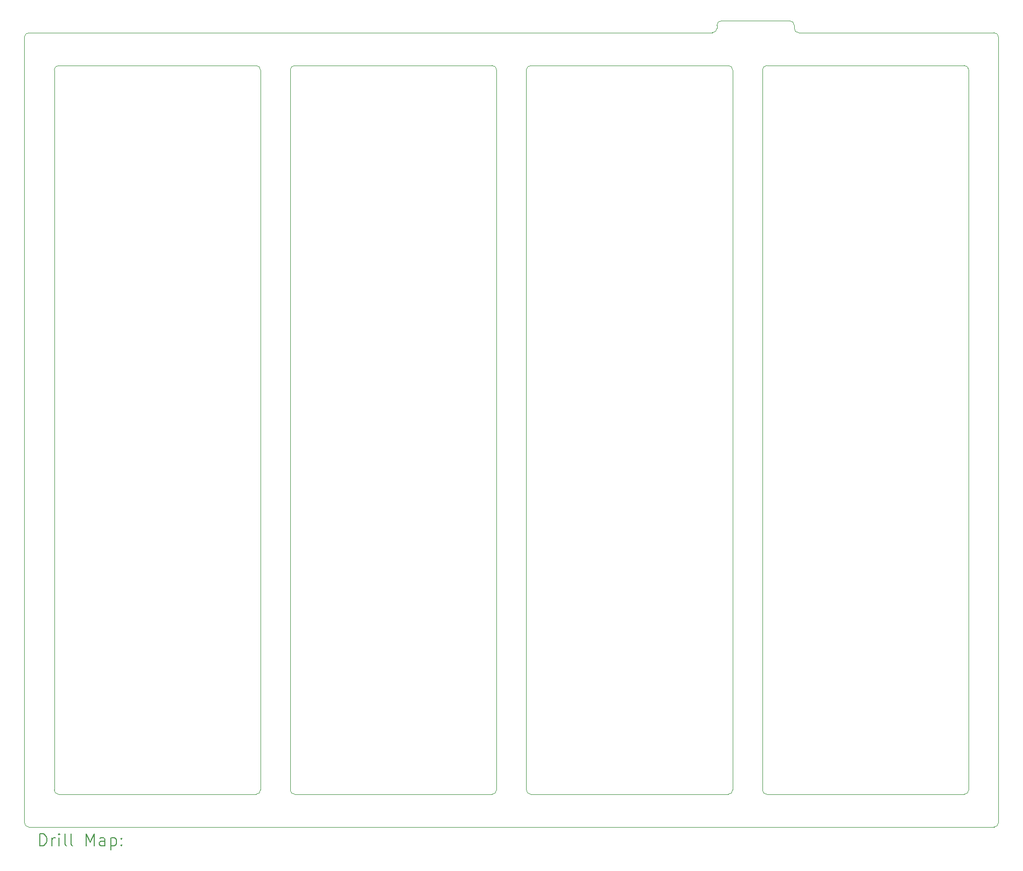
<source format=gbr>
%TF.GenerationSoftware,KiCad,Pcbnew,8.0.0-1.fc39*%
%TF.CreationDate,2024-03-18T17:57:49+01:00*%
%TF.ProjectId,FT24-AMS-Slave_v1-VTSENS,46543234-2d41-44d5-932d-536c6176655f,rev?*%
%TF.SameCoordinates,Original*%
%TF.FileFunction,Drillmap*%
%TF.FilePolarity,Positive*%
%FSLAX45Y45*%
G04 Gerber Fmt 4.5, Leading zero omitted, Abs format (unit mm)*
G04 Created by KiCad (PCBNEW 8.0.0-1.fc39) date 2024-03-18 17:57:49*
%MOMM*%
%LPD*%
G01*
G04 APERTURE LIST*
%ADD10C,0.020000*%
%ADD11C,0.200000*%
G04 APERTURE END LIST*
D10*
X18324189Y-15285000D02*
X15007790Y-15285000D01*
X22790585Y-2500000D02*
X19508986Y-2500000D01*
X19358986Y-2300000D02*
X19288366Y-2300000D01*
X18974190Y-15285000D02*
G75*
G02*
X18899190Y-15210000I0J75000D01*
G01*
X18399189Y-3125000D02*
X18399189Y-15210000D01*
X22365585Y-3125000D02*
X22365585Y-15210000D01*
X18133986Y-2425000D02*
G75*
G02*
X18058986Y-2499996I-74996J0D01*
G01*
X14357165Y-15285000D02*
X11041400Y-15285000D01*
X11041400Y-15285000D02*
G75*
G02*
X10966396Y-15209026I10J75020D01*
G01*
X18399189Y-15210000D02*
G75*
G02*
X18324189Y-15284999I-74999J0D01*
G01*
X7000000Y-15210000D02*
X7000000Y-3125000D01*
X11041396Y-3050000D02*
X14357793Y-3050000D01*
X7075000Y-3050000D02*
X10391396Y-3050000D01*
X22865585Y-15759990D02*
X22865585Y-2575000D01*
X14432793Y-15210000D02*
G75*
G02*
X14357165Y-15285000I-75003J0D01*
G01*
X19508986Y-2500000D02*
G75*
G02*
X19433990Y-2425000I4J75000D01*
G01*
X14932793Y-15209376D02*
X14932793Y-3125000D01*
X14932793Y-3125000D02*
G75*
G02*
X15007793Y-3050003I74997J0D01*
G01*
X18058986Y-2500000D02*
X6575000Y-2500000D01*
X15007790Y-15285000D02*
G75*
G02*
X14932793Y-15209376I0J75000D01*
G01*
X19358986Y-2300000D02*
G75*
G02*
X19433990Y-2375000I4J-75000D01*
G01*
X18324189Y-3050000D02*
G75*
G02*
X18399190Y-3125000I1J-75000D01*
G01*
X18133986Y-2375000D02*
X18133986Y-2425000D01*
X18899190Y-15210000D02*
X18899190Y-3125000D01*
X22289688Y-15285000D02*
X18974190Y-15285000D01*
X22290585Y-3050000D02*
G75*
G02*
X22365590Y-3125000I5J-75000D01*
G01*
X10390426Y-15285000D02*
X7075000Y-15285000D01*
X18974189Y-3050000D02*
X22290585Y-3050000D01*
X18133986Y-2375000D02*
G75*
G02*
X18208986Y-2299996I75004J0D01*
G01*
X18899189Y-3125000D02*
G75*
G02*
X18974189Y-3049999I75001J0D01*
G01*
X10466396Y-15210000D02*
G75*
G02*
X10390426Y-15285000I-75016J10D01*
G01*
X7000000Y-3125000D02*
G75*
G02*
X7075000Y-3050000I75000J0D01*
G01*
X10391396Y-3050000D02*
G75*
G02*
X10466400Y-3125000I4J-75000D01*
G01*
X15007793Y-3050000D02*
X18324189Y-3050000D01*
X22790585Y-2500000D02*
G75*
G02*
X22865590Y-2575000I5J-75000D01*
G01*
X19433986Y-2425000D02*
X19433986Y-2375000D01*
X19288366Y-2300000D02*
X18208986Y-2300000D01*
X7075000Y-15285000D02*
G75*
G02*
X7000000Y-15210000I0J75000D01*
G01*
X14432793Y-3125000D02*
X14432793Y-15210000D01*
X6500000Y-2575000D02*
X6500000Y-15760000D01*
X10466396Y-3125000D02*
X10466396Y-15210000D01*
X10966396Y-3125000D02*
G75*
G02*
X11041396Y-3049996I75004J0D01*
G01*
X22865585Y-15759990D02*
G75*
G02*
X22791472Y-15835000I-75015J0D01*
G01*
X10966396Y-15209026D02*
X10966396Y-3125000D01*
X14357793Y-3050000D02*
G75*
G02*
X14432790Y-3125000I-3J-75000D01*
G01*
X6575000Y-15835000D02*
X22791472Y-15835000D01*
X22365585Y-15210000D02*
G75*
G02*
X22289688Y-15285000I-75015J10D01*
G01*
X6500000Y-2575000D02*
G75*
G02*
X6575000Y-2500000I75000J0D01*
G01*
X6575000Y-15835000D02*
G75*
G02*
X6500000Y-15760000I0J75000D01*
G01*
D11*
X6759777Y-16147484D02*
X6759777Y-15947484D01*
X6759777Y-15947484D02*
X6807396Y-15947484D01*
X6807396Y-15947484D02*
X6835967Y-15957008D01*
X6835967Y-15957008D02*
X6855015Y-15976055D01*
X6855015Y-15976055D02*
X6864539Y-15995103D01*
X6864539Y-15995103D02*
X6874062Y-16033198D01*
X6874062Y-16033198D02*
X6874062Y-16061769D01*
X6874062Y-16061769D02*
X6864539Y-16099865D01*
X6864539Y-16099865D02*
X6855015Y-16118912D01*
X6855015Y-16118912D02*
X6835967Y-16137960D01*
X6835967Y-16137960D02*
X6807396Y-16147484D01*
X6807396Y-16147484D02*
X6759777Y-16147484D01*
X6959777Y-16147484D02*
X6959777Y-16014150D01*
X6959777Y-16052246D02*
X6969301Y-16033198D01*
X6969301Y-16033198D02*
X6978824Y-16023674D01*
X6978824Y-16023674D02*
X6997872Y-16014150D01*
X6997872Y-16014150D02*
X7016920Y-16014150D01*
X7083586Y-16147484D02*
X7083586Y-16014150D01*
X7083586Y-15947484D02*
X7074062Y-15957008D01*
X7074062Y-15957008D02*
X7083586Y-15966531D01*
X7083586Y-15966531D02*
X7093110Y-15957008D01*
X7093110Y-15957008D02*
X7083586Y-15947484D01*
X7083586Y-15947484D02*
X7083586Y-15966531D01*
X7207396Y-16147484D02*
X7188348Y-16137960D01*
X7188348Y-16137960D02*
X7178824Y-16118912D01*
X7178824Y-16118912D02*
X7178824Y-15947484D01*
X7312158Y-16147484D02*
X7293110Y-16137960D01*
X7293110Y-16137960D02*
X7283586Y-16118912D01*
X7283586Y-16118912D02*
X7283586Y-15947484D01*
X7540729Y-16147484D02*
X7540729Y-15947484D01*
X7540729Y-15947484D02*
X7607396Y-16090341D01*
X7607396Y-16090341D02*
X7674062Y-15947484D01*
X7674062Y-15947484D02*
X7674062Y-16147484D01*
X7855015Y-16147484D02*
X7855015Y-16042722D01*
X7855015Y-16042722D02*
X7845491Y-16023674D01*
X7845491Y-16023674D02*
X7826443Y-16014150D01*
X7826443Y-16014150D02*
X7788348Y-16014150D01*
X7788348Y-16014150D02*
X7769301Y-16023674D01*
X7855015Y-16137960D02*
X7835967Y-16147484D01*
X7835967Y-16147484D02*
X7788348Y-16147484D01*
X7788348Y-16147484D02*
X7769301Y-16137960D01*
X7769301Y-16137960D02*
X7759777Y-16118912D01*
X7759777Y-16118912D02*
X7759777Y-16099865D01*
X7759777Y-16099865D02*
X7769301Y-16080817D01*
X7769301Y-16080817D02*
X7788348Y-16071293D01*
X7788348Y-16071293D02*
X7835967Y-16071293D01*
X7835967Y-16071293D02*
X7855015Y-16061769D01*
X7950253Y-16014150D02*
X7950253Y-16214150D01*
X7950253Y-16023674D02*
X7969301Y-16014150D01*
X7969301Y-16014150D02*
X8007396Y-16014150D01*
X8007396Y-16014150D02*
X8026443Y-16023674D01*
X8026443Y-16023674D02*
X8035967Y-16033198D01*
X8035967Y-16033198D02*
X8045491Y-16052246D01*
X8045491Y-16052246D02*
X8045491Y-16109388D01*
X8045491Y-16109388D02*
X8035967Y-16128436D01*
X8035967Y-16128436D02*
X8026443Y-16137960D01*
X8026443Y-16137960D02*
X8007396Y-16147484D01*
X8007396Y-16147484D02*
X7969301Y-16147484D01*
X7969301Y-16147484D02*
X7950253Y-16137960D01*
X8131205Y-16128436D02*
X8140729Y-16137960D01*
X8140729Y-16137960D02*
X8131205Y-16147484D01*
X8131205Y-16147484D02*
X8121682Y-16137960D01*
X8121682Y-16137960D02*
X8131205Y-16128436D01*
X8131205Y-16128436D02*
X8131205Y-16147484D01*
X8131205Y-16023674D02*
X8140729Y-16033198D01*
X8140729Y-16033198D02*
X8131205Y-16042722D01*
X8131205Y-16042722D02*
X8121682Y-16033198D01*
X8121682Y-16033198D02*
X8131205Y-16023674D01*
X8131205Y-16023674D02*
X8131205Y-16042722D01*
M02*

</source>
